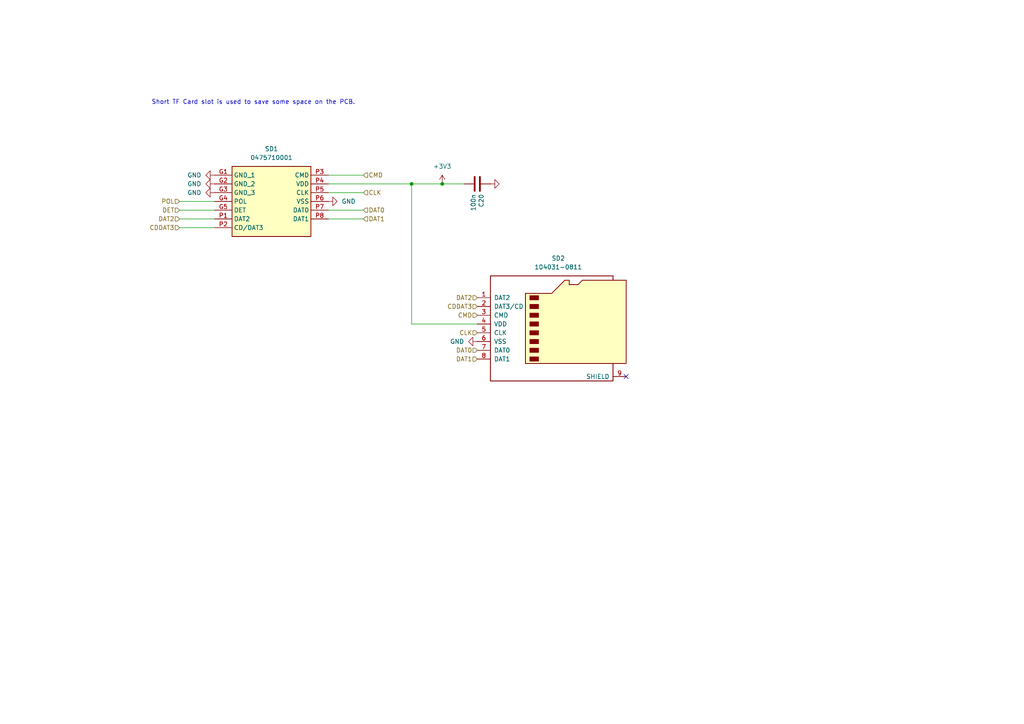
<source format=kicad_sch>
(kicad_sch (version 20250114) (generator "eeschema") (generator_version "9.0")
  (paper "A4")
  (title_block (title "TurboFRANK") (date "2025-03-03") (rev "1.02") (company "Mikhail Matveev") (comment 1 "https://github.com/xtremespb/frank"))
  (lib_symbols
    (symbol "Connector:Micro_SD_Card" (pin_names (offset 1.016))
      (property "Reference" "J" (at -16.51 15.24 0))
      (property "Value" "Micro_SD_Card" (at 16.51 15.24 0))
      (symbol "Micro_SD_Card_0_1"
        (polyline (pts (xy -8.89 -11.43) (xy -8.89 8.89) (xy -1.27 8.89) (xy 2.54 12.7) (xy 3.81 12.7) (xy 3.81 11.43) (xy 6.35 11.43) (xy 7.62 12.7) (xy 20.32 12.7) (xy 20.32 -11.43) (xy -8.89 -11.43)) (stroke (width 0.254)) (fill (type background)))
        (rectangle (start -7.62 8.255) (end -5.08 6.985) (fill (type outline)))
        (rectangle (start -7.62 5.715) (end -5.08 4.445) (fill (type outline)))
        (rectangle (start -7.62 3.175) (end -5.08 1.905) (fill (type outline)))
        (rectangle (start -7.62 0.635) (end -5.08 -0.635) (fill (type outline)))
        (rectangle (start -7.62 -1.905) (end -5.08 -3.175) (fill (type outline)))
        (rectangle (start -7.62 -4.445) (end -5.08 -5.715) (fill (type outline)))
        (rectangle (start -7.62 -6.985) (end -5.08 -8.255) (fill (type outline)))
        (rectangle (start -7.62 -9.525) (end -5.08 -10.795) (fill (type outline)))
        (polyline (pts (xy 16.51 12.7) (xy 16.51 13.97) (xy -19.05 13.97) (xy -19.05 -16.51) (xy 16.51 -16.51) (xy 16.51 -11.43)) (stroke (width 0.254)))
      )
      (symbol "Micro_SD_Card_1_1"
        (pin bidirectional line (at -22.86 7.62 0) (length 3.81) (name "DAT2") (number "1"))
        (pin bidirectional line (at -22.86 5.08 0) (length 3.81) (name "DAT3/CD") (number "2"))
        (pin input line (at -22.86 2.54 0) (length 3.81) (name "CMD") (number "3"))
        (pin power_in line (at -22.86 0 0) (length 3.81) (name "VDD") (number "4"))
        (pin input line (at -22.86 -2.54 0) (length 3.81) (name "CLK") (number "5"))
        (pin power_in line (at -22.86 -5.08 0) (length 3.81) (name "VSS") (number "6"))
        (pin bidirectional line (at -22.86 -7.62 0) (length 3.81) (name "DAT0") (number "7"))
        (pin bidirectional line (at -22.86 -10.16 0) (length 3.81) (name "DAT1") (number "8"))
        (pin passive line (at 20.32 -15.24 180) (length 3.81) (name "SHIELD") (number "9"))
      )
    )
    (symbol "Device:C" (pin_numbers (hide yes)) (pin_names (offset 0.254))
      (property "Reference" "C" (at 0.635 2.54 0))
      (property "Value" "C" (at 0.635 -2.54 0))
      (symbol "C_0_1"
        (polyline (pts (xy -2.032 0.762) (xy 2.032 0.762)) (stroke (width 0.508)))
        (polyline (pts (xy -2.032 -0.762) (xy 2.032 -0.762)) (stroke (width 0.508)))
      )
      (symbol "C_1_1"
        (pin passive line (at 0 3.81 270) (length 2.794) (name "~") (number "1"))
        (pin passive line (at 0 -3.81 90) (length 2.794) (name "~") (number "2"))
      )
    )
    (symbol "FRANK:MicroSD_Short"
      (property "Reference" "SD1" (at 16.51 7.62 0))
      (property "Value" "MicroSD_Short" (at 16.51 5.08 0))
      (symbol "MicroSD_Short_1_1"
        (rectangle (start 5.08 2.54) (end 27.94 -17.78) (stroke (width 0.254)) (fill (type background)))
        (pin passive line (at 0 0 0) (length 5.08) (name "GND_1") (number "G1"))
        (pin passive line (at 0 -2.54 0) (length 5.08) (name "GND_2") (number "G2"))
        (pin passive line (at 0 -5.08 0) (length 5.08) (name "GND_3") (number "G3"))
        (pin passive line (at 0 -7.62 0) (length 5.08) (name "POL") (number "G4"))
        (pin passive line (at 0 -10.16 0) (length 5.08) (name "DET") (number "G5"))
        (pin passive line (at 0 -12.7 0) (length 5.08) (name "DAT2") (number "P1"))
        (pin passive line (at 0 -15.24 0) (length 5.08) (name "CD/DAT3") (number "P2"))
        (pin passive line (at 33.02 0 180) (length 5.08) (name "CMD") (number "P3"))
        (pin passive line (at 33.02 -2.54 180) (length 5.08) (name "VDD") (number "P4"))
        (pin passive line (at 33.02 -5.08 180) (length 5.08) (name "CLK") (number "P5"))
        (pin passive line (at 33.02 -7.62 180) (length 5.08) (name "VSS") (number "P6"))
        (pin passive line (at 33.02 -10.16 180) (length 5.08) (name "DAT0") (number "P7"))
        (pin passive line (at 33.02 -12.7 180) (length 5.08) (name "DAT1") (number "P8"))
      )
    )
    (symbol "GND_1" (power) (pin_numbers (hide yes)) (pin_names (offset 0) (hide yes))
      (property "Value" "GND" (at 0 -3.81 0))
      (symbol "GND_1_0_1"
        (polyline (pts (xy 0 0) (xy 0 -1.27) (xy 1.27 -1.27) (xy 0 -2.54) (xy -1.27 -1.27) (xy 0 -1.27)))
      )
      (symbol "GND_1_1_1"
        (pin power_in line (at 0 0 270) (length 0) (name "~") (number "1"))
      )
    )
    (symbol "power:+3V3" (power) (pin_numbers (hide yes)) (pin_names (offset 0) (hide yes))
      (property "Value" "+3V3" (at 0 3.556 0))
      (symbol "+3V3_0_1"
        (polyline (pts (xy -0.762 1.27) (xy 0 2.54)))
        (polyline (pts (xy 0 2.54) (xy 0.762 1.27)))
        (polyline (pts (xy 0 0) (xy 0 2.54)))
      )
      (symbol "+3V3_1_1"
        (pin power_in line (at 0 0 90) (length 0) (name "~") (number "1"))
      )
    )
    (symbol "power:GND" (power) (pin_numbers (hide yes)) (pin_names (offset 0) (hide yes))
      (property "Value" "GND" (at 0 -3.81 0))
      (symbol "GND_0_1"
        (polyline (pts (xy 0 0) (xy 0 -1.27) (xy 1.27 -1.27) (xy 0 -2.54) (xy -1.27 -1.27) (xy 0 -1.27)))
      )
      (symbol "GND_1_1"
        (pin power_in line (at 0 0 270) (length 0) (name "~") (number "1"))
      )
    )
  )
  (text "Short TF Card slot is used to save some space on the PCB." (at 43.942 29.718 0) (effects (font (size 1.27 1.27)) (justify left)))
  (junction (at 128.27 53.34))
  (junction (at 119.38 53.34))
  (no_connect (at 181.61 109.22))
  (wire (pts (xy 95.25 60.96) (xy 105.41 60.96)))
  (wire (pts (xy 119.38 93.98) (xy 119.38 53.34)))
  (wire (pts (xy 95.25 63.5) (xy 105.41 63.5)))
  (wire (pts (xy 52.07 66.04) (xy 62.23 66.04)))
  (wire (pts (xy 52.07 63.5) (xy 62.23 63.5)))
  (wire (pts (xy 95.25 50.8) (xy 105.41 50.8)))
  (wire (pts (xy 128.27 53.34) (xy 134.62 53.34)))
  (wire (pts (xy 95.25 55.88) (xy 105.41 55.88)))
  (wire (pts (xy 138.43 93.98) (xy 119.38 93.98)))
  (wire (pts (xy 52.07 58.42) (xy 62.23 58.42)))
  (wire (pts (xy 95.25 53.34) (xy 119.38 53.34)))
  (wire (pts (xy 119.38 53.34) (xy 128.27 53.34)))
  (wire (pts (xy 52.07 60.96) (xy 62.23 60.96)))
  (hierarchical_label "CLK" (shape input) (at 105.41 55.88 0))
  (hierarchical_label "DAT0" (shape input) (at 105.41 60.96 0))
  (hierarchical_label "CMD" (shape input) (at 138.43 91.44 180))
  (hierarchical_label "DAT1" (shape input) (at 105.41 63.5 0))
  (hierarchical_label "DAT2" (shape input) (at 138.43 86.36 180))
  (hierarchical_label "DET" (shape input) (at 52.07 60.96 180))
  (hierarchical_label "DAT0" (shape input) (at 138.43 101.6 180))
  (hierarchical_label "DAT1" (shape input) (at 138.43 104.14 180))
  (hierarchical_label "CDDAT3" (shape input) (at 138.43 88.9 180))
  (hierarchical_label "CDDAT3" (shape input) (at 52.07 66.04 180))
  (hierarchical_label "DAT2" (shape input) (at 52.07 63.5 180))
  (hierarchical_label "POL" (shape input) (at 52.07 58.42 180))
  (hierarchical_label "CLK" (shape input) (at 138.43 96.52 180))
  (hierarchical_label "CMD" (shape input) (at 105.41 50.8 0))
  (symbol (lib_id "Device:C") (at 138.43 53.34 270) (unit 1)
    (property "Reference" "C20" (at 139.5984 56.261 0) (effects (justify left)))
    (property "Value" "100n" (at 137.287 56.261 0) (effects (justify left)))
    (property "Footprint" "FRANK:Capacitor (0805)" (effects (hide yes)))
    (property "Datasheet" "https://eu.mouser.com/datasheet/2/40/KGM_X7R-3223212.pdf" (effects (hide yes)))
    (property "AliExpress" "https://www.aliexpress.com/item/33008008276.html" (effects (hide yes)))
  )
  (symbol (lib_id "power:+3V3") (at 128.27 53.34 0) (unit 1)
    (property "Reference" "#PWR057" (effects (hide yes)))
    (property "Value" "+3V3" (at 128.27 48.26 0))
    (property "Description" "Power symbol creates a global label with name \"+3V3\"" (effects (hide yes)))
  )
  (symbol (lib_id "power:GND") (at 142.24 53.34 90) (unit 1)
    (property "Reference" "#PWR058" (effects (hide yes)))
    (property "Value" "GND" (effects (hide yes)))
    (property "Description" "Power symbol creates a global label with name \"GND\" , ground" (effects (hide yes)))
  )
  (symbol (lib_name "GND_1") (lib_id "power:GND") (at 62.23 53.34 270) (unit 1)
    (property "Reference" "#PWR056" (effects (hide yes)))
    (property "Value" "GND" (at 58.42 53.3399 90) (effects (justify right)))
    (property "Description" "Power symbol creates a global label with name \"GND\" , ground" (effects (hide yes)))
  )
  (symbol (lib_id "FRANK:MicroSD_Short") (at 62.23 50.8 0) (unit 1)
    (property "Reference" "SD1" (at 78.74 43.18 0))
    (property "Value" "0475710001" (at 78.74 45.72 0))
    (property "Footprint" "FRANK:MicroSD (SMD, short)" (effects (hide yes)))
    (property "Datasheet" "https://componentsearchengine.com/Datasheets/2/47571-0001.pdf" (effects (hide yes)))
    (property "Description" "Memory Card Connectors ASSY FOR TFR HEADER HEADER W/DETECT PIN" (effects (hide yes)))
    (property "Height" "2.3" (effects (hide yes)))
    (property "Mouser Part Number" "538-47571-0001" (effects (hide yes)))
    (property "Mouser Price/Stock" "https://www.mouser.co.uk/ProductDetail/Molex/47571-0001?qs=qM7ngqbhX5UTJOg9nqKLJQ%3D%3D" (effects (hide yes)))
    (property "Manufacturer_Name" "Molex" (effects (hide yes)))
    (property "Manufacturer_Part_Number" "47571-0001" (effects (hide yes)))
    (property "AliExpress" "https://www.aliexpress.com/item/1005005302426366.html" (effects (hide yes)))
  )
  (symbol (lib_name "GND_1") (lib_id "power:GND") (at 95.25 58.42 90) (unit 1)
    (property "Reference" "#PWR060" (effects (hide yes)))
    (property "Value" "GND" (at 99.06 58.4199 90) (effects (justify right)))
    (property "Description" "Power symbol creates a global label with name \"GND\" , ground" (effects (hide yes)))
  )
  (symbol (lib_id "power:GND") (at 138.43 99.06 270) (unit 1)
    (property "Reference" "#PWR061" (effects (hide yes)))
    (property "Value" "GND" (at 134.62 99.0599 90) (effects (justify right)))
  )
  (symbol (lib_id "Connector:Micro_SD_Card") (at 161.29 93.98 0) (unit 1)
    (property "Reference" "SD2" (at 161.925 74.93 0))
    (property "Value" "104031-0811" (at 161.925 77.47 0))
    (property "Footprint" "FRANK:MicroSD (SMD, long)" (effects (hide yes)))
    (property "Datasheet" "https://www.we-online.com/components/products/datasheet/693072010801.pdf" (effects (hide yes)))
    (property "Description" "Micro SD Card Socket" (effects (hide yes)))
    (property "AliExpress" "https://www.aliexpress.com/item/1005004214252441.html" (effects (hide yes)))
  )
  (symbol (lib_name "GND_1") (lib_id "power:GND") (at 62.23 55.88 270) (unit 1)
    (property "Reference" "#PWR059" (effects (hide yes)))
    (property "Value" "GND" (at 58.42 55.8799 90) (effects (justify right)))
    (property "Description" "Power symbol creates a global label with name \"GND\" , ground" (effects (hide yes)))
  )
  (symbol (lib_name "GND_1") (lib_id "power:GND") (at 62.23 50.8 270) (unit 1)
    (property "Reference" "#PWR055" (effects (hide yes)))
    (property "Value" "GND" (at 58.42 50.7999 90) (effects (justify right)))
    (property "Description" "Power symbol creates a global label with name \"GND\" , ground" (effects (hide yes)))
  )
)
</source>
